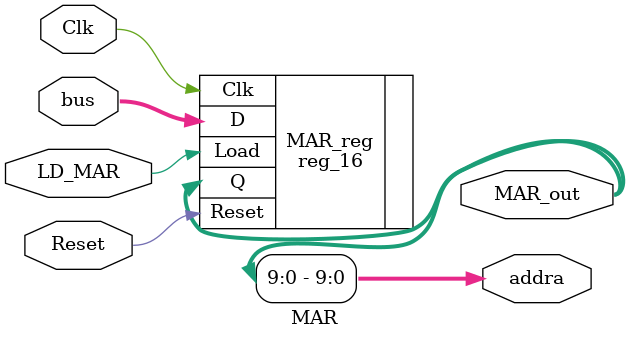
<source format=sv>
`timescale 1ns / 1ps


module MAR(input logic          Clk, Reset, LD_MAR, 
           input logic [15:0]   bus,
           output logic [15:0]  MAR_out,
           output logic [9:0]   addra);
    
    // MAR is a 16bit address. However, our SRAM only takes 10bit address
    // Thus, use addra for SRAM and MAR for MEM2IO
    reg_16 MAR_reg(.Clk, .Reset, .Load(LD_MAR), .D(bus), .Q(MAR_out));
    
    assign addra = MAR_out[9:0];
           
endmodule

</source>
